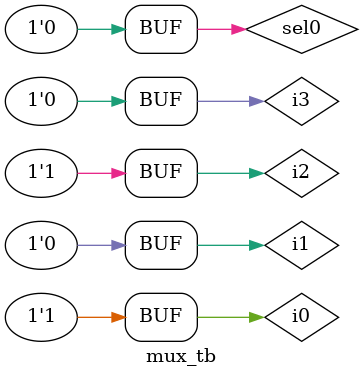
<source format=v>
module mux_tb;
    reg sel0,sel1;
    reg i0,i1,i2,i3;
    wire y;
    
    mux_4x1_by_2x1 mux(sel0,sel1,i0,i1,i2,i3,y);
    
    initial begin
        $monitor("sel0=%b , sel1=%b, i0=%b, i1=%b, i2=%b, i3=%b, y=%b",sel0,sel1,i0,i1,i2,i3,y);
        {i3,i2,i1,i0} = 4'h5;
        repeat(5) begin 
            {sel0,sel1} = $random;
            #5;
        end
    end                                                                                                                              
    
endmodule

</source>
